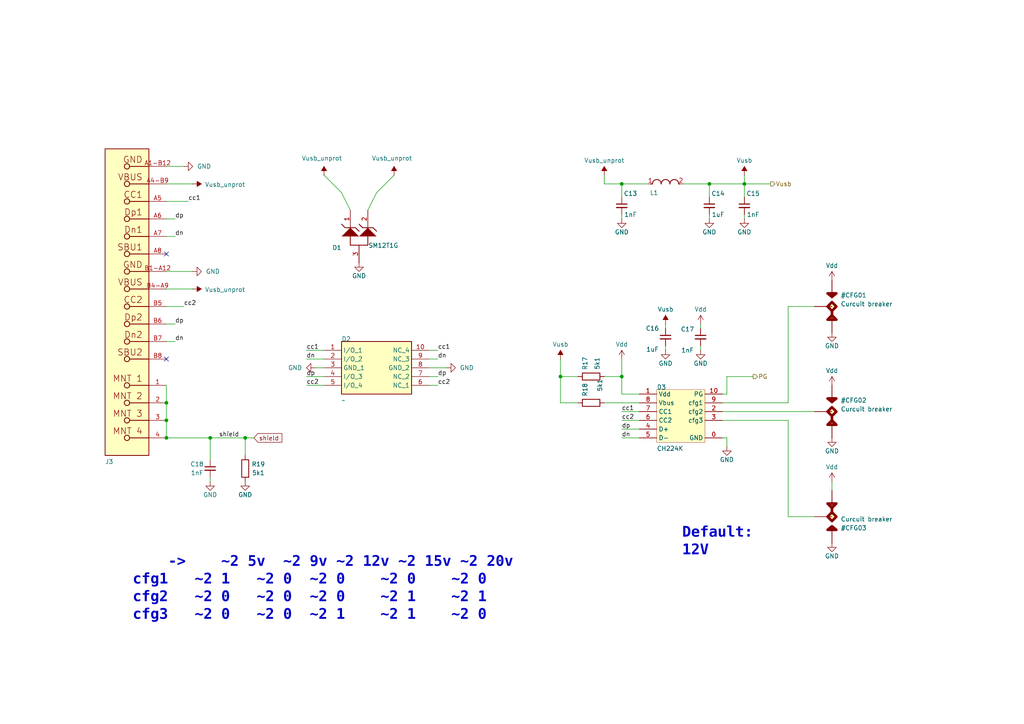
<source format=kicad_sch>
(kicad_sch (version 20231120) (generator "eeschema") (generator_version "8.0")
  (paper "A4")
  (title_block (title "spECtrl") (date "2024-07-24") (rev "B") (company "avatarsd LLC") (comment 3 "day 886") (comment 4 "by S.D."))
  (junction (at 215.9 53.34))
  (junction (at 60.96 127))
  (junction (at 71.12 127))
  (junction (at 180.34 53.34))
  (junction (at 48.26 116.84))
  (junction (at 48.26 121.92))
  (junction (at 180.34 109.22))
  (junction (at 162.56 109.22))
  (junction (at 48.26 127))
  (junction (at 205.74 53.34))
  (no_connect (at 48.26 104.14))
  (no_connect (at 48.26 73.66))
  (wire (pts (xy 193.04 93.98) (xy 193.04 95.25)))
  (wire (pts (xy 48.26 121.92) (xy 48.26 127)))
  (wire (pts (xy 48.26 116.84) (xy 48.26 121.92)))
  (wire (pts (xy 54.61 58.42) (xy 48.26 58.42)))
  (wire (pts (xy 215.9 50.8) (xy 215.9 53.34)))
  (wire (pts (xy 180.34 109.22) (xy 180.34 114.3)))
  (wire (pts (xy 228.6 149.86) (xy 236.22 149.86)))
  (wire (pts (xy 205.74 53.34) (xy 198.12 53.34)))
  (wire (pts (xy 124.46 101.6) (xy 127 101.6)))
  (wire (pts (xy 215.9 53.34) (xy 215.9 57.15)))
  (wire (pts (xy 223.52 53.34) (xy 215.9 53.34)))
  (wire (pts (xy 180.34 121.92) (xy 185.42 121.92)))
  (wire (pts (xy 193.04 100.33) (xy 193.04 101.6)))
  (wire (pts (xy 210.82 127) (xy 210.82 129.54)))
  (wire (pts (xy 175.26 53.34) (xy 180.34 53.34)))
  (wire (pts (xy 241.3 139.7) (xy 241.3 142.24)))
  (wire (pts (xy 180.34 127) (xy 185.42 127)))
  (wire (pts (xy 48.26 111.76) (xy 48.26 116.84)))
  (wire (pts (xy 185.42 124.46) (xy 180.34 124.46)))
  (wire (pts (xy 71.12 127) (xy 73.66 127)))
  (wire (pts (xy 209.55 121.92) (xy 228.6 121.92)))
  (wire (pts (xy 185.42 119.38) (xy 180.34 119.38)))
  (wire (pts (xy 180.34 104.14) (xy 180.34 109.22)))
  (wire (pts (xy 209.55 114.3) (xy 210.82 114.3)))
  (wire (pts (xy 205.74 53.34) (xy 205.74 57.15)))
  (wire (pts (xy 60.96 127) (xy 60.96 133.35)))
  (wire (pts (xy 209.55 119.38) (xy 236.22 119.38)))
  (wire (pts (xy 88.9 104.14) (xy 93.98 104.14)))
  (wire (pts (xy 50.8 68.58) (xy 48.26 68.58)))
  (wire (pts (xy 210.82 109.22) (xy 210.82 114.3)))
  (wire (pts (xy 50.8 63.5) (xy 48.26 63.5)))
  (wire (pts (xy 53.34 48.26) (xy 48.26 48.26)))
  (wire (pts (xy 48.26 127) (xy 60.96 127)))
  (wire (pts (xy 53.34 88.9) (xy 48.26 88.9)))
  (wire (pts (xy 129.54 106.68) (xy 124.46 106.68)))
  (wire (pts (xy 109.22 55.88) (xy 106.68 60.96)))
  (wire (pts (xy 175.26 109.22) (xy 180.34 109.22)))
  (wire (pts (xy 209.55 127) (xy 210.82 127)))
  (wire (pts (xy 218.44 109.22) (xy 210.82 109.22)))
  (wire (pts (xy 55.88 83.82) (xy 48.26 83.82)))
  (wire (pts (xy 162.56 104.14) (xy 162.56 109.22)))
  (wire (pts (xy 55.88 53.34) (xy 48.26 53.34)))
  (wire (pts (xy 209.55 116.84) (xy 228.6 116.84)))
  (wire (pts (xy 167.64 116.84) (xy 162.56 116.84)))
  (wire (pts (xy 228.6 121.92) (xy 228.6 149.86)))
  (wire (pts (xy 93.98 109.22) (xy 88.9 109.22)))
  (wire (pts (xy 93.98 50.8) (xy 99.06 55.88)))
  (wire (pts (xy 50.8 99.06) (xy 48.26 99.06)))
  (wire (pts (xy 205.74 62.23) (xy 205.74 63.5)))
  (wire (pts (xy 180.34 53.34) (xy 180.34 57.15)))
  (wire (pts (xy 175.26 50.8) (xy 175.26 53.34)))
  (wire (pts (xy 88.9 101.6) (xy 93.98 101.6)))
  (wire (pts (xy 127 104.14) (xy 124.46 104.14)))
  (wire (pts (xy 50.8 93.98) (xy 48.26 93.98)))
  (wire (pts (xy 215.9 62.23) (xy 215.9 63.5)))
  (wire (pts (xy 88.9 111.76) (xy 93.98 111.76)))
  (wire (pts (xy 180.34 114.3) (xy 185.42 114.3)))
  (wire (pts (xy 55.88 78.74) (xy 48.26 78.74)))
  (wire (pts (xy 91.44 106.68) (xy 93.98 106.68)))
  (wire (pts (xy 114.3 50.8) (xy 109.22 55.88)))
  (wire (pts (xy 215.9 53.34) (xy 205.74 53.34)))
  (wire (pts (xy 228.6 116.84) (xy 228.6 88.9)))
  (wire (pts (xy 203.2 93.98) (xy 203.2 95.25)))
  (wire (pts (xy 180.34 53.34) (xy 187.96 53.34)))
  (wire (pts (xy 175.26 116.84) (xy 185.42 116.84)))
  (wire (pts (xy 228.6 88.9) (xy 236.22 88.9)))
  (wire (pts (xy 203.2 100.33) (xy 203.2 101.6)))
  (wire (pts (xy 162.56 116.84) (xy 162.56 109.22)))
  (wire (pts (xy 124.46 109.22) (xy 127 109.22)))
  (wire (pts (xy 162.56 109.22) (xy 167.64 109.22)))
  (wire (pts (xy 127 111.76) (xy 124.46 111.76)))
  (wire (pts (xy 99.06 55.88) (xy 101.6 60.96)))
  (wire (pts (xy 71.12 127) (xy 71.12 132.08)))
  (wire (pts (xy 60.96 127) (xy 71.12 127)))
  (wire (pts (xy 180.34 62.23) (xy 180.34 63.5)))
  (wire (pts (xy 60.96 138.43) (xy 60.96 139.7)))
  (text_box "\n    ->    ~2 5v  ~2 9v ~2 12v ~2 15v ~2 20v\ncfg1   ~2 1   ~2 0  ~2 0    ~2 0    ~2 0\ncfg2   ~2 0   ~2 0  ~2 0    ~2 1    ~2 1\ncfg3   ~2 0   ~2 0  ~2 1    ~2 1    ~2 0" (at 36.195 153.67 0) (size 131.064 33.7312) (stroke (width -0.0001) (color 0 0 0 1)) (effects (font (size 3.048 3.048) (bold yes)) (justify left top)))
  (text_box "Default: 12V" (at 195.58 150.3172 0) (size 19.05 13.97) (stroke (width -0.0001) (color 0 0 0 1)) (effects (font (size 3.048 3.048) (bold yes)) (justify left top)))
  (label "cc2" (at 53.34 88.9 0))
  (label "dn" (at 88.9 104.14 0))
  (label "shield" (at 63.5 127 0))
  (label "cc2" (at 180.34 121.92 0))
  (label "cc1" (at 54.61 58.42 0))
  (label "cc2" (at 127 111.76 0))
  (label "cc1" (at 127 101.6 0))
  (label "dn" (at 50.8 68.58 0))
  (label "cc1" (at 180.34 119.38 0))
  (label "dp" (at 50.8 63.5 0))
  (label "dp" (at 88.9 109.22 0))
  (label "cc2" (at 88.9 111.76 0))
  (label "dn" (at 180.34 127 0))
  (label "dp" (at 127 109.22 0))
  (label "dp" (at 50.8 93.98 0))
  (label "dn" (at 127 104.14 0))
  (label "dn" (at 50.8 99.06 0))
  (label "dp" (at 180.34 124.46 0))
  (label "cc1" (at 88.9 101.6 0))
  (global_label "shield" (shape input) (at 73.66 127 0) (property "Intersheetrefs" "${INTERSHEET_REFS}" (effects (hide yes))))
  (hierarchical_label "Vusb" (shape output) (at 223.52 53.34 0))
  (hierarchical_label "PG" (shape output) (at 218.44 109.22 0))
  (symbol (lib_id "power:VSS") (at 215.9 50.8 0) (unit 1)
    (property "Reference" "#PWR022" (effects (hide yes)))
    (property "Value" "Vusb" (at 215.9 46.5328 0))
    (property "Description" "Power symbol creates a global label with name \"VSS\"" (effects (hide yes)))
  )
  (symbol (lib_id "power:GND") (at 241.3 96.52 0) (unit 1)
    (property "Reference" "#PWR033" (effects (hide yes)))
    (property "Value" "GND" (at 241.3 100.33 0))
    (property "Description" "Power symbol creates a global label with name \"GND\" , ground" (effects (hide yes)))
  )
  (symbol (lib_id "PCM_4ms_Capacitor:1nF_0603_50V") (at 180.34 59.69 0) (unit 1)
    (property "Reference" "C13" (at 182.88 56.134 0))
    (property "Value" "1nF" (at 182.88 62.23 0))
    (property "Footprint" "4ms_Capacitor:C_0603" (effects (hide yes)))
    (property "Description" "1nF, 50V, 10%, C0G (NP0) or similar" (effects (hide yes)))
    (property "PART NUMBER" "CC0402_1NF_50V_10%_X7R" (effects (hide yes)))
    (property "COMPONENT KIND" "Standard" (effects (hide yes)))
    (property "COMPONENT TYPE" "Standard" (effects (hide yes)))
    (property "FOOTPRINT" "CAPC1005X55N" (effects (hide yes)))
    (property "PIN COUNT" "2" (effects (hide yes)))
    (property "ALTIUM_VALUE" "1nF" (effects (hide yes)))
    (property "STATUS" "Not Recommended" (effects (hide yes)))
    (property "VOLTAGE" "50V" (effects (hide yes)))
    (property "TC" "X7R" (effects (hide yes)))
    (property "TOLERANCE" "±10%" (effects (hide yes)))
    (property "PART DESCRIPTION" "SMD Multilayer Chip Ceramic Capacitor" (effects (hide yes)))
    (property "MANUFACTURER" "GENERIC" (effects (hide yes)))
    (property "MANUFACTURER PART NUMBER" "CC0402_1NF_50V_10%_X7R" (effects (hide yes)))
    (property "CASE" "0402" (effects (hide yes)))
    (property "MOUNTED" "Yes" (effects (hide yes)))
    (property "SOCKET" "No" (effects (hide yes)))
    (property "SMD" "Yes" (effects (hide yes)))
    (property "MANUFACTURER1 EXAMPLE" "PHYCOMP" (effects (hide yes)))
    (property "MANUFACTURER1 PART NUMBER" "223858715623" (effects (hide yes)))
    (property "MANUFACTURER1 COMPONENTHEIGHT" "0.55mm" (effects (hide yes)))
    (property "HELPURL" "~{\\}cern.c~{h}df~{s}Application~{s}Altiu~{m}Datasheet~{s}CC0402_X7R_PHYCOMP.pdf" (effects (hide yes)))
    (property "AUTHOR" "CERN DEM JLC" (effects (hide yes)))
    (property "CREATEDATE" "03.12.2007" (effects (hide yes)))
    (property "LATESTREVISIONDATE" "03.12.2007" (effects (hide yes)))
    (property "TABLE" "Capacitors SMD" (effects (hide yes)))
    (property "Part Number" "GRM1885C1H102JA01D" (effects (hide yes)))
    (property "Component Kind" "Standard" (effects (hide yes)))
    (property "Component Type" "Standard" (effects (hide yes)))
    (property "Footprint_1" "CAPC1005X55N" (effects (hide yes)))
    (property "Pin Count" "2" (effects (hide yes)))
    (property "Status" "Not Recommended" (effects (hide yes)))
    (property "Voltage" "50V" (effects (hide yes)))
    (property "Tolerance" "±10%" (effects (hide yes)))
    (property "Part Description" "SMD Multilayer Chip Ceramic Capacitor" (effects (hide yes)))
    (property "Manufacturer" "Murata" (effects (hide yes)))
    (property "Manufacturer Part Number" "CC0402_1NF_50V_10%_X7R" (effects (hide yes)))
    (property "Case" "0402" (effects (hide yes)))
    (property "Mounted" "Yes" (effects (hide yes)))
    (property "Socket" "No" (effects (hide yes)))
    (property "Manufacturer1 Example" "PHYCOMP" (effects (hide yes)))
    (property "Manufacturer1 Part Number" "223858715623" (effects (hide yes)))
    (property "Manufacturer1 ComponentHeight" "0.55mm" (effects (hide yes)))
    (property "HelpURL" "~{\\}cern.c~{h}df~{s}Application~{s}Altiu~{m}Datasheet~{s}CC0402_X7R_PHYCOMP.pdf" (effects (hide yes)))
    (property "Author" "CERN DEM JLC" (effects (hide yes)))
    (property "CreateDate" "03.12.2007" (effects (hide yes)))
    (property "LatestRevisionDate" "03.12.2007" (effects (hide yes)))
    (property "Table" "Capacitors SMD" (effects (hide yes)))
    (property "Var" "Connector Fan4Pin,*(-fpb) USB_PD(+!)" (effects (hide yes)))
    (property "Name" " " (effects (hide yes)))
    (property "Specifications" "1nF, 50V, 10%, C0G (NP0) or similar" (effects (hide yes)))
    (property "Display" "1nF" (effects (hide yes)))
    (property "JLCPCB ID" "C163508" (effects (hide yes)))
  )
  (symbol (lib_id "power:GND") (at 241.3 157.48 0) (unit 1)
    (property "Reference" "#PWR046" (effects (hide yes)))
    (property "Value" "GND" (at 241.3 161.29 0))
    (property "Description" "Power symbol creates a global label with name \"GND\" , ground" (effects (hide yes)))
  )
  (symbol (lib_id "PCM_4ms_Capacitor:1nF_0603_50V") (at 215.9 59.69 0) (unit 1)
    (property "Reference" "C15" (at 218.44 56.134 0))
    (property "Value" "1nF" (at 218.44 62.23 0))
    (property "Footprint" "4ms_Capacitor:C_0603" (effects (hide yes)))
    (property "Description" "1nF, 50V, 10%, C0G (NP0) or similar" (effects (hide yes)))
    (property "PART NUMBER" "CC0402_1NF_50V_10%_X7R" (effects (hide yes)))
    (property "COMPONENT KIND" "Standard" (effects (hide yes)))
    (property "COMPONENT TYPE" "Standard" (effects (hide yes)))
    (property "FOOTPRINT" "CAPC1005X55N" (effects (hide yes)))
    (property "PIN COUNT" "2" (effects (hide yes)))
    (property "ALTIUM_VALUE" "1nF" (effects (hide yes)))
    (property "STATUS" "Not Recommended" (effects (hide yes)))
    (property "VOLTAGE" "50V" (effects (hide yes)))
    (property "TC" "X7R" (effects (hide yes)))
    (property "TOLERANCE" "±10%" (effects (hide yes)))
    (property "PART DESCRIPTION" "SMD Multilayer Chip Ceramic Capacitor" (effects (hide yes)))
    (property "MANUFACTURER" "GENERIC" (effects (hide yes)))
    (property "MANUFACTURER PART NUMBER" "CC0402_1NF_50V_10%_X7R" (effects (hide yes)))
    (property "CASE" "0402" (effects (hide yes)))
    (property "MOUNTED" "Yes" (effects (hide yes)))
    (property "SOCKET" "No" (effects (hide yes)))
    (property "SMD" "Yes" (effects (hide yes)))
    (property "MANUFACTURER1 EXAMPLE" "PHYCOMP" (effects (hide yes)))
    (property "MANUFACTURER1 PART NUMBER" "223858715623" (effects (hide yes)))
    (property "MANUFACTURER1 COMPONENTHEIGHT" "0.55mm" (effects (hide yes)))
    (property "HELPURL" "~{\\}cern.c~{h}df~{s}Application~{s}Altiu~{m}Datasheet~{s}CC0402_X7R_PHYCOMP.pdf" (effects (hide yes)))
    (property "AUTHOR" "CERN DEM JLC" (effects (hide yes)))
    (property "CREATEDATE" "03.12.2007" (effects (hide yes)))
    (property "LATESTREVISIONDATE" "03.12.2007" (effects (hide yes)))
    (property "TABLE" "Capacitors SMD" (effects (hide yes)))
    (property "Part Number" "GRM1885C1H102JA01D" (effects (hide yes)))
    (property "Component Kind" "Standard" (effects (hide yes)))
    (property "Component Type" "Standard" (effects (hide yes)))
    (property "Footprint_1" "CAPC1005X55N" (effects (hide yes)))
    (property "Pin Count" "2" (effects (hide yes)))
    (property "Status" "Not Recommended" (effects (hide yes)))
    (property "Voltage" "50V" (effects (hide yes)))
    (property "Tolerance" "±10%" (effects (hide yes)))
    (property "Part Description" "SMD Multilayer Chip Ceramic Capacitor" (effects (hide yes)))
    (property "Manufacturer" "Murata" (effects (hide yes)))
    (property "Manufacturer Part Number" "CC0402_1NF_50V_10%_X7R" (effects (hide yes)))
    (property "Case" "0402" (effects (hide yes)))
    (property "Mounted" "Yes" (effects (hide yes)))
    (property "Socket" "No" (effects (hide yes)))
    (property "Manufacturer1 Example" "PHYCOMP" (effects (hide yes)))
    (property "Manufacturer1 Part Number" "223858715623" (effects (hide yes)))
    (property "Manufacturer1 ComponentHeight" "0.55mm" (effects (hide yes)))
    (property "HelpURL" "~{\\}cern.c~{h}df~{s}Application~{s}Altiu~{m}Datasheet~{s}CC0402_X7R_PHYCOMP.pdf" (effects (hide yes)))
    (property "Author" "CERN DEM JLC" (effects (hide yes)))
    (property "CreateDate" "03.12.2007" (effects (hide yes)))
    (property "LatestRevisionDate" "03.12.2007" (effects (hide yes)))
    (property "Table" "Capacitors SMD" (effects (hide yes)))
    (property "Var" "Connector Fan4Pin,*(-fpb) USB_PD(+!)" (effects (hide yes)))
    (property "Name" " " (effects (hide yes)))
    (property "Specifications" "1nF, 50V, 10%, C0G (NP0) or similar" (effects (hide yes)))
    (property "Display" "1nF" (effects (hide yes)))
    (property "JLCPCB ID" "C163508" (effects (hide yes)))
  )
  (symbol (lib_id "power:GND") (at 71.12 139.7 0) (unit 1)
    (property "Reference" "#PWR044" (effects (hide yes)))
    (property "Value" "GND" (at 71.12 143.51 0))
    (property "Description" "Power symbol creates a global label with name \"GND\" , ground" (effects (hide yes)))
  )
  (symbol (lib_id "PCM_4ms_Capacitor:1uF_0603_25V") (at 205.74 59.69 0) (unit 1)
    (property "Reference" "C14" (at 208.28 56.134 0))
    (property "Value" "1uF" (at 208.28 62.23 0))
    (property "Footprint" "4ms_Capacitor:C_0603" (effects (hide yes)))
    (property "Description" "1uF, Min. 25V, 0603, Ceramic/MLCC" (effects (hide yes)))
    (property "PART NUMBER" "CC0805_1UF_35V_20%_X7R" (effects (hide yes)))
    (property "COMPONENT KIND" "Standard" (effects (hide yes)))
    (property "COMPONENT TYPE" "Standard" (effects (hide yes)))
    (property "FOOTPRINT" "CAPC2012X140N" (effects (hide yes)))
    (property "PIN COUNT" "2" (effects (hide yes)))
    (property "ALTIUM_VALUE" "1uF" (effects (hide yes)))
    (property "STATUS" "Not Recommended" (effects (hide yes)))
    (property "VOLTAGE" "35V" (effects (hide yes)))
    (property "TC" "X7R" (effects (hide yes)))
    (property "TOLERANCE" "±20%" (effects (hide yes)))
    (property "PART DESCRIPTION" "SMD Multilayer Chip Ceramic Capacitor" (effects (hide yes)))
    (property "MANUFACTURER" "GENERIC" (effects (hide yes)))
    (property "MANUFACTURER PART NUMBER" "CC0805_1UF_35V_20%_X7R" (effects (hide yes)))
    (property "CASE" "0805" (effects (hide yes)))
    (property "MOUNTED" "Yes" (effects (hide yes)))
    (property "SOCKET" "No" (effects (hide yes)))
    (property "SMD" "Yes" (effects (hide yes)))
    (property "MANUFACTURER1 EXAMPLE" "TAIYO YUDEN" (effects (hide yes)))
    (property "MANUFACTURER1 PART NUMBER" "GMK212B7105MG-T" (effects (hide yes)))
    (property "MANUFACTURER1 COMPONENTHEIGHT" "1.35mm" (effects (hide yes)))
    (property "HELPURL" "~{\\}cern.c~{h}df~{s}Application~{s}Altiu~{m}Datasheet~{s}CC0805_X7R_TAIYO-YUDEN_HIGH-VALUE.pdf" (effects (hide yes)))
    (property "AUTHOR" "CERN DEM JLC" (effects (hide yes)))
    (property "CREATEDATE" "22.06.2011" (effects (hide yes)))
    (property "LATESTREVISIONDATE" "22.06.2011" (effects (hide yes)))
    (property "TABLE" "Capacitors SMD" (effects (hide yes)))
    (property "Part Number" "GRM188R61E105KA12D" (effects (hide yes)))
    (property "Component Kind" "Standard" (effects (hide yes)))
    (property "Component Type" "Standard" (effects (hide yes)))
    (property "Footprint_1" "CAPC2012X140N" (effects (hide yes)))
    (property "Pin Count" "2" (effects (hide yes)))
    (property "Status" "Not Recommended" (effects (hide yes)))
    (property "Voltage" "35V" (effects (hide yes)))
    (property "Tolerance" "±20%" (effects (hide yes)))
    (property "Part Description" "SMD Multilayer Chip Ceramic Capacitor" (effects (hide yes)))
    (property "Manufacturer" "Murata" (effects (hide yes)))
    (property "Manufacturer Part Number" "CC0805_1UF_35V_20%_X7R" (effects (hide yes)))
    (property "Case" "0805" (effects (hide yes)))
    (property "Mounted" "Yes" (effects (hide yes)))
    (property "Socket" "No" (effects (hide yes)))
    (property "Manufacturer1 Example" "TAIYO YUDEN" (effects (hide yes)))
    (property "Manufacturer1 Part Number" "GMK212B7105MG-T" (effects (hide yes)))
    (property "Manufacturer1 ComponentHeight" "1.35mm" (effects (hide yes)))
    (property "HelpURL" "~{\\}cern.c~{h}df~{s}Application~{s}Altiu~{m}Datasheet~{s}CC0805_X7R_TAIYO-YUDEN_HIGH-VALUE.pdf" (effects (hide yes)))
    (property "Author" "CERN DEM JLC" (effects (hide yes)))
    (property "CreateDate" "22.06.2011" (effects (hide yes)))
    (property "LatestRevisionDate" "22.06.2011" (effects (hide yes)))
    (property "Table" "Capacitors SMD" (effects (hide yes)))
    (property "Var" "Connector Fan4Pin,*(-fpb) USB_PD(+!)" (effects (hide yes)))
    (property "Name" " " (effects (hide yes)))
    (property "Specifications" "1uF, Min. 25V, 0603, Ceramic/MLCC" (effects (hide yes)))
    (property "Display" "1uF/25V" (effects (hide yes)))
    (property "JLCPCB ID" "C15849" (effects (hide yes)))
  )
  (symbol (lib_id "power:VS") (at 55.88 83.82 270) (unit 1)
    (property "Reference" "#PWR029" (effects (hide yes)))
    (property "Value" "Vusb_unprot" (at 71.12 83.9978 90) (effects (justify right)))
    (property "Description" "Power symbol creates a global label with name \"VS\"" (effects (hide yes)))
  )
  (symbol (lib_id "power:VDD") (at 203.2 93.98 0) (unit 1)
    (property "Reference" "#PWR032" (effects (hide yes)))
    (property "Value" "Vdd" (at 203.2 89.7128 0))
    (property "Description" "Power symbol creates a global label with name \"VDD\"" (effects (hide yes)))
  )
  (symbol (lib_id "power:VDD") (at 180.34 104.14 0) (unit 1)
    (property "Reference" "#PWR037" (effects (hide yes)))
    (property "Value" "Vdd" (at 180.34 99.8728 0))
    (property "Description" "Power symbol creates a global label with name \"VDD\"" (effects (hide yes)))
  )
  (symbol (lib_id "solder_sym:OR_OR") (at 241.3 119.38 0) (unit 1) (exclude_from_sim yes) (in_bom no) (on_board no)
    (property "Reference" "#CFG02" (at 243.84 116.84 0) (effects (justify left bottom)))
    (property "Value" "Curcuit breaker" (at 243.84 119.38 0) (effects (justify left bottom)))
    (property "Footprint" "reg-altium-imported:OR_OR" (effects (hide yes)))
    (property "Description" "Curcuit breaker" (effects (hide yes)))
    (property "Var" "Connector Fan4Pin,*(-fpb) USB_PD(+!)" (effects (hide yes)))
    (property "Name" " " (effects (hide yes)))
    (instances (project "" (path "" (reference "#CFG02") (unit 1))) (project "reg_super_simple_breackout" (path "" (reference "CFG2") (unit 1)) (path "" (reference "CFG2") (unit 1))) (project "" (path "" (reference "#CFG02") (unit 1))))
  )
  (symbol (lib_id "power:GND") (at 193.04 101.6 0) (unit 1)
    (property "Reference" "#PWR034" (effects (hide yes)))
    (property "Value" "GND" (at 193.04 105.41 0))
    (property "Description" "Power symbol creates a global label with name \"GND\" , ground" (effects (hide yes)))
  )
  (symbol (lib_id "power:VS") (at 175.26 50.8 0) (unit 1)
    (property "Reference" "#PWR021" (effects (hide yes)))
    (property "Value" "Vusb_unprot" (at 175.26 46.5328 0))
    (property "Description" "Power symbol creates a global label with name \"VS\"" (effects (hide yes)))
  )
  (symbol (lib_id "solder_sym:OR_OR") (at 241.3 149.86 0) (mirror x) (unit 1) (exclude_from_sim yes) (in_bom no) (on_board no)
    (property "Reference" "#CFG03" (at 243.84 152.4 0) (effects (justify left bottom)))
    (property "Value" "Curcuit breaker" (at 243.84 149.86 0) (effects (justify left bottom)))
    (property "Footprint" "reg-altium-imported:OR_OR" (effects (hide yes)))
    (property "Description" "Curcuit breaker" (effects (hide yes)))
    (property "Var" "Connector Fan4Pin,*(-fpb) USB_PD(+!)" (effects (hide yes)))
    (property "Name" " " (effects (hide yes)))
    (instances (project "" (path "" (reference "#CFG03") (unit 1))) (project "reg_super_simple_breackout" (path "" (reference "CFG3") (unit 1)) (path "" (reference "CFG3") (unit 1))) (project "" (path "" (reference "#CFG03") (unit 1))))
  )
  (symbol (lib_id "power:GND") (at 53.34 48.26 90) (unit 1)
    (property "Reference" "#PWR018" (effects (hide yes)))
    (property "Value" "GND" (at 57.15 48.26 90) (effects (justify right)))
    (property "Description" "Power symbol creates a global label with name \"GND\" , ground" (effects (hide yes)))
  )
  (symbol (lib_id "solder_sym:SM12T1G") (at 99.06 71.12 90) (unit 1)
    (property "Reference" "D1" (at 99.06 71.12 90) (effects (justify left bottom)))
    (property "Value" "SM12T1G" (at 115.57 70.485 90) (effects (justify left bottom)))
    (property "Footprint" "ONSC-SOT-23-3-318-08_V" (effects (hide yes)))
    (property "Description" "Transient Voltage Suppressor Diode Array, Dual Common Anode Diodes for ESD Protection, 3-Pin SOT-23, Pb-Free, Tape and Reel" (effects (hide yes)))
    (property "COMPONENTLINK1DESCRIPTION" "Manufacturer URL" (effects (hide yes)))
    (property "DIRECTION" "Unidirectional" (effects (hide yes)))
    (property "COMPONENTLINK2DESCRIPTION" "Datasheet" (effects (hide yes)))
    (property "PPK MAX (W)" "300" (effects (hide yes)))
    (property "COMPONENTLINK3DESCRIPTION" "Package Specification" (effects (hide yes)))
    (property "MOUNTING TECHNOLOGY" "Surface Mount" (effects (hide yes)))
    (property "COMPONENTLINK3URL" "http://www.onsemi.cn/pub_link/Collateral/318-08.PDF" (effects (hide yes)))
    (property "DATASHEETVERSION" "Rev. 6" (effects (hide yes)))
    (property "COMPONENTLINK1URL" "http://www.onsemi.com/" (effects (hide yes)))
    (property "PART NUMBER" "SM12T1G" (effects (hide yes)))
    (property "IR MAX (UA)" "1" (effects (hide yes)))
    (property "PACKING" "Tape and Reel" (effects (hide yes)))
    (property "PACKAGEVERSION" "Rev. AP, 11/2009" (effects (hide yes)))
    (property "MANUFACTURER" "On Semiconductor" (effects (hide yes)))
    (property "PACKAGEDESCRIPTION" "3-Pin Small Outline Transistor, Body 2.92 x 1.3 mm, Pitch 0.95 mm" (effects (hide yes)))
    (property "COMPONENTLINK2URL" "http://www.onsemi.com/pub_link/Collateral/SM12T1-D.PDF" (effects (hide yes)))
    (property "ROHS" "Pb-Free" (effects (hide yes)))
    (property "PACKAGEREFERENCE" "SOT-23-3-318-08" (effects (hide yes)))
    (property "ComponentLink1Description" "Manufacturer URL" (effects (hide yes)))
    (property "Direction" "Unidirectional" (effects (hide yes)))
    (property "ComponentLink2Description" "Datasheet" (effects (hide yes)))
    (property "PPK Max (W)" "300" (effects (hide yes)))
    (property "ComponentLink3Description" "Package Specification" (effects (hide yes)))
    (property "Mounting Technology" "Surface Mount" (effects (hide yes)))
    (property "ComponentLink3URL" "http://www.onsemi.cn/pub_link/Collateral/318-08.PDF" (effects (hide yes)))
    (property "DatasheetVersion" "Rev. 6" (effects (hide yes)))
    (property "ComponentLink1URL" "http://www.onsemi.com/" (effects (hide yes)))
    (property "Part Number" "SM12T1G" (effects (hide yes)))
    (property "IR Max (uA)" "1" (effects (hide yes)))
    (property "Packing" "Tape and Reel" (effects (hide yes)))
    (property "PackageVersion" "Rev. AP, 11/2009" (effects (hide yes)))
    (property "Manufacturer" "On Semiconductor" (effects (hide yes)))
    (property "PackageDescription" "3-Pin Small Outline Transistor, Body 2.92 x 1.3 mm, Pitch 0.95 mm" (effects (hide yes)))
    (property "ComponentLink2URL" "http://www.onsemi.com/pub_link/Collateral/SM12T1-D.PDF" (effects (hide yes)))
    (property "RoHS" "Pb-Free" (effects (hide yes)))
    (property "PackageReference" "SOT-23-3-318-08" (effects (hide yes)))
    (property "Var" "Connector Fan4Pin,*(-fpb) USB_PD(+!)" (effects (hide yes)))
    (property "Name" " " (effects (hide yes)))
  )
  (symbol (lib_id "PCM_Resistor_AKL:R_0603") (at 171.45 116.84 90) (unit 1)
    (property "Reference" "R18" (at 169.672 113.03 0))
    (property "Value" "5k1" (at 173.99 111.76 0))
    (property "Footprint" "PCM_Resistor_SMD_AKL:R_0603_1608Metric" (effects (hide yes)))
    (property "Description" "SMD 0603 Chip Resistor, European Symbol, Alternate KiCad Library" (effects (hide yes)))
    (property "PART NUMBER" "R0402_5K1_1%_0.0625W_100PPM" (effects (hide yes)))
    (property "COMPONENT KIND" "Standard" (effects (hide yes)))
    (property "COMPONENT TYPE" "Standard" (effects (hide yes)))
    (property "FOOTPRINT" "RESC1005X40N" (effects (hide yes)))
    (property "PIN COUNT" "2" (effects (hide yes)))
    (property "ALTIUM_VALUE" "5k1" (effects (hide yes)))
    (property "STATUS" "Not recommended" (effects (hide yes)))
    (property "POWER" "0.0625W" (effects (hide yes)))
    (property "TC" "±100ppm/°C" (effects (hide yes)))
    (property "TOLERANCE" "±1%" (effects (hide yes)))
    (property "PART DESCRIPTION" "General Purpose Thick Film Chip Resistor" (effects (hide yes)))
    (property "MANUFACTURER" "GENERIC" (effects (hide yes)))
    (property "MANUFACTURER PART NUMBER" "R0402_5K1_1%_0.0625W_100PPM" (effects (hide yes)))
    (property "CASE" "0402" (effects (hide yes)))
    (property "MOUNTED" "Yes" (effects (hide yes)))
    (property "SOCKET" "No" (effects (hide yes)))
    (property "SMD" "Yes" (effects (hide yes)))
    (property "MANUFACTURER1 EXAMPLE" "YAGEO PHYCOMP" (effects (hide yes)))
    (property "MANUFACTURER1 PART NUMBER" "232270675102L" (effects (hide yes)))
    (property "MANUFACTURER1 COMPONENTHEIGHT" "0.4mm" (effects (hide yes)))
    (property "HELPURL" "~{\\}cern.c~{h}df~{s}Application~{s}Altiu~{m}Datasheet~{s}R0402_Phycomp_RC0402.pdf" (effects (hide yes)))
    (property "AUTHOR" "CERN DEM JLC" (effects (hide yes)))
    (property "CREATEDATE" "03.12.2007" (effects (hide yes)))
    (property "LATESTREVISIONDATE" "17.10.2012" (effects (hide yes)))
    (property "TABLE" "Resistors SMD" (effects (hide yes)))
    (property "Part Number" "R0402_5K1_1%_0.0625W_100PPM" (effects (hide yes)))
    (property "Component Kind" "Standard" (effects (hide yes)))
    (property "Component Type" "Standard" (effects (hide yes)))
    (property "Footprint_1" "RESC1005X40N" (effects (hide yes)))
    (property "Pin Count" "2" (effects (hide yes)))
    (property "Status" "Not recommended" (effects (hide yes)))
    (property "Power" "0.0625W" (effects (hide yes)))
    (property "Tolerance" "±1%" (effects (hide yes)))
    (property "Part Description" "General Purpose Thick Film Chip Resistor" (effects (hide yes)))
    (property "Manufacturer Part Number" "R0402_5K1_1%_0.0625W_100PPM" (effects (hide yes)))
    (property "Case" "0402" (effects (hide yes)))
    (property "Mounted" "Yes" (effects (hide yes)))
    (property "Socket" "No" (effects (hide yes)))
    (property "Manufacturer1 Example" "YAGEO PHYCOMP" (effects (hide yes)))
    (property "Manufacturer1 Part Number" "232270675102L" (effects (hide yes)))
    (property "Manufacturer1 ComponentHeight" "0.4mm" (effects (hide yes)))
    (property "HelpURL" "~{\\}cern.c~{h}df~{s}Application~{s}Altiu~{m}Datasheet~{s}R0402_Phycomp_RC0402.pdf" (effects (hide yes)))
    (property "Author" "CERN DEM JLC" (effects (hide yes)))
    (property "CreateDate" "03.12.2007" (effects (hide yes)))
    (property "LatestRevisionDate" "17.10.2012" (effects (hide yes)))
    (property "Table" "Resistors SMD" (effects (hide yes)))
    (property "Var" "Connector Fan4Pin,*(-fpb) USB_PD(+!)" (effects (hide yes)))
    (property "Name" " " (effects (hide yes)))
  )
  (symbol (lib_id "power:VS") (at 93.98 50.8 0) (unit 1)
    (property "Reference" "#PWR019" (effects (hide yes)))
    (property "Value" "Vusb_unprot" (at 93.345 45.8978 0))
    (property "Description" "Power symbol creates a global label with name \"VS\"" (effects (hide yes)))
  )
  (symbol (lib_id "power:GND") (at 104.14 76.2 0) (unit 1)
    (property "Reference" "#PWR027" (effects (hide yes)))
    (property "Value" "GND" (at 104.14 80.01 0))
    (property "Description" "Power symbol creates a global label with name \"GND\" , ground" (effects (hide yes)))
  )
  (symbol (lib_id "power:GND") (at 215.9 63.5 0) (unit 1)
    (property "Reference" "#PWR026" (effects (hide yes)))
    (property "Value" "GND" (at 215.9 67.31 0))
    (property "Description" "Power symbol creates a global label with name \"GND\" , ground" (effects (hide yes)))
  )
  (symbol (lib_id "power:VS") (at 55.88 53.34 270) (unit 1)
    (property "Reference" "#PWR023" (effects (hide yes)))
    (property "Value" "Vusb_unprot" (at 71.12 53.5178 90) (effects (justify right)))
    (property "Description" "Power symbol creates a global label with name \"VS\"" (effects (hide yes)))
  )
  (symbol (lib_id "PCM_4ms_Capacitor:1nF_0603_50V") (at 203.2 97.79 0) (unit 1)
    (property "Reference" "C17" (at 199.39 95.504 0))
    (property "Value" "1nF" (at 199.39 101.6 0))
    (property "Footprint" "4ms_Capacitor:C_0603" (effects (hide yes)))
    (property "Description" "1nF, 50V, 10%, C0G (NP0) or similar" (effects (hide yes)))
    (property "PART NUMBER" "CC0402_1NF_50V_10%_X7R" (effects (hide yes)))
    (property "COMPONENT KIND" "Standard" (effects (hide yes)))
    (property "COMPONENT TYPE" "Standard" (effects (hide yes)))
    (property "FOOTPRINT" "CAPC1005X55N" (effects (hide yes)))
    (property "PIN COUNT" "2" (effects (hide yes)))
    (property "ALTIUM_VALUE" "1nF" (effects (hide yes)))
    (property "STATUS" "Not Recommended" (effects (hide yes)))
    (property "VOLTAGE" "50V" (effects (hide yes)))
    (property "TC" "X7R" (effects (hide yes)))
    (property "TOLERANCE" "±10%" (effects (hide yes)))
    (property "PART DESCRIPTION" "SMD Multilayer Chip Ceramic Capacitor" (effects (hide yes)))
    (property "MANUFACTURER" "GENERIC" (effects (hide yes)))
    (property "MANUFACTURER PART NUMBER" "CC0402_1NF_50V_10%_X7R" (effects (hide yes)))
    (property "CASE" "0402" (effects (hide yes)))
    (property "MOUNTED" "Yes" (effects (hide yes)))
    (property "SOCKET" "No" (effects (hide yes)))
    (property "SMD" "Yes" (effects (hide yes)))
    (property "MANUFACTURER1 EXAMPLE" "PHYCOMP" (effects (hide yes)))
    (property "MANUFACTURER1 PART NUMBER" "223858715623" (effects (hide yes)))
    (property "MANUFACTURER1 COMPONENTHEIGHT" "0.55mm" (effects (hide yes)))
    (property "HELPURL" "~{\\}cern.c~{h}df~{s}Application~{s}Altiu~{m}Datasheet~{s}CC0402_X7R_PHYCOMP.pdf" (effects (hide yes)))
    (property "AUTHOR" "CERN DEM JLC" (effects (hide yes)))
    (property "CREATEDATE" "03.12.2007" (effects (hide yes)))
    (property "LATESTREVISIONDATE" "03.12.2007" (effects (hide yes)))
    (property "TABLE" "Capacitors SMD" (effects (hide yes)))
    (property "Part Number" "GRM1885C1H102JA01D" (effects (hide yes)))
    (property "Component Kind" "Standard" (effects (hide yes)))
    (property "Component Type" "Standard" (effects (hide yes)))
    (property "Footprint_1" "CAPC1005X55N" (effects (hide yes)))
    (property "Pin Count" "2" (effects (hide yes)))
    (property "Status" "Not Recommended" (effects (hide yes)))
    (property "Voltage" "50V" (effects (hide yes)))
    (property "Tolerance" "±10%" (effects (hide yes)))
    (property "Part Description" "SMD Multilayer Chip Ceramic Capacitor" (effects (hide yes)))
    (property "Manufacturer" "Murata" (effects (hide yes)))
    (property "Manufacturer Part Number" "CC0402_1NF_50V_10%_X7R" (effects (hide yes)))
    (property "Case" "0402" (effects (hide yes)))
    (property "Mounted" "Yes" (effects (hide yes)))
    (property "Socket" "No" (effects (hide yes)))
    (property "Manufacturer1 Example" "PHYCOMP" (effects (hide yes)))
    (property "Manufacturer1 Part Number" "223858715623" (effects (hide yes)))
    (property "Manufacturer1 ComponentHeight" "0.55mm" (effects (hide yes)))
    (property "HelpURL" "~{\\}cern.c~{h}df~{s}Application~{s}Altiu~{m}Datasheet~{s}CC0402_X7R_PHYCOMP.pdf" (effects (hide yes)))
    (property "Author" "CERN DEM JLC" (effects (hide yes)))
    (property "CreateDate" "03.12.2007" (effects (hide yes)))
    (property "LatestRevisionDate" "03.12.2007" (effects (hide yes)))
    (property "Table" "Capacitors SMD" (effects (hide yes)))
    (property "Var" "Connector Fan4Pin,*(-fpb) USB_PD(+!)" (effects (hide yes)))
    (property "Name" " " (effects (hide yes)))
    (property "Specifications" "1nF, 50V, 10%, C0G (NP0) or similar" (effects (hide yes)))
    (property "Display" "1nF" (effects (hide yes)))
    (property "JLCPCB ID" "C163508" (effects (hide yes)))
  )
  (symbol (lib_id "power:VSS") (at 162.56 104.14 0) (unit 1)
    (property "Reference" "#PWR036" (effects (hide yes)))
    (property "Value" "Vusb" (at 162.56 99.8728 0))
    (property "Description" "Power symbol creates a global label with name \"VSS\"" (effects (hide yes)))
  )
  (symbol (lib_id "solder_sym:LQW15AN2N2D10D") (at 187.96 53.34 0) (unit 1)
    (property "Reference" "L1" (at 188.468 56.642 0) (effects (justify left bottom)))
    (property "Value" "LQW15AN2N2D10D" (effects (hide yes)))
    (property "Footprint" "reg-altium-imported:Murata_LQW15AN_00-W0_6-0_1_MFG" (effects (hide yes)))
    (property "Description" "Wire Wound RF Inductor 2.2nH ±0.5nH 1000mA 0.027Ω 0402 (1005)" (effects (hide yes)))
    (property "DATASHEET PATH" "datasheets/Ind_Murata_LQW15AN2N2D10D_eec.pdf" (effects (hide yes)))
    (property "AUTOMOTIVE" "No" (effects (hide yes)))
    (property "COMPONENTLINK1DESCRIPTION" "Upverter" (effects (hide yes)))
    (property "COMPONENTLINK1URL" "https://upverter.com/part/id/e732c2585f92e4db/" (effects (hide yes)))
    (property "COMPONENTLINK2DESCRIPTION" "Datasheet" (effects (hide yes)))
    (property "COMPONENTLINK2URL" "https://www.murata.com/en-us/products/productdetail?partno=LQW15AN2N2D10%23" (effects (hide yes)))
    (property "COMPOSITION" "Wirewound" (effects (hide yes)))
    (property "CORE MATERIAL" "Non-Magnetic" (effects (hide yes)))
    (property "HEIGHT" "0.6mm" (effects (hide yes)))
    (property "INDUCTANCE" "2.2nH" (effects (hide yes)))
    (property "LEAD FREE" "Yes" (effects (hide yes)))
    (property "MANUFACTURER" "Murata" (effects (hide yes)))
    (property "PACKAGE" "LQW15AN_00-W0.6-0.1" (effects (hide yes)))
    (property "PART NUMBER" "LQW15AN2N2D10D" (effects (hide yes)))
    (property "Q FACTOR" "25" (effects (hide yes)))
    (property "RMS CURRENT" "1000mA" (effects (hide yes)))
    (property "ROHS" "TRUE" (effects (hide yes)))
    (property "SELF RESONANT FREQUENCY" "14GHz" (effects (hide yes)))
    (property "SERIES RESISTANCE" "0.027Ω" (effects (hide yes)))
    (property "SUPPLIER 1" "Digi-Key" (effects (hide yes)))
    (property "SUPPLIER 2" "Mouser" (effects (hide yes)))
    (property "SYMBOL HASH" "725321dda6339637d4d059423bc1c3ca2310dcf8e63e0fae46eb55451bd7e3dd" (effects (hide yes)))
    (property "TEMPERATURE" "-55°C to +125°C" (effects (hide yes)))
    (property "TEMPERATURE RANGE HIGH" "+125°C" (effects (hide yes)))
    (property "TEMPERATURE RANGE LOW" "-55°C" (effects (hide yes)))
    (property "TEST FREQUENCY" "100MHz" (effects (hide yes)))
    (property "TOLERANCE" "0.5nH" (effects (hide yes)))
    (property "ALTIUM_VALUE" "2.2nH" (effects (hide yes)))
    (property "VERIFICATION VERSION" "0.0.0.3" (effects (hide yes)))
    (property "HELPURL" "https://upverter.com/part/id/e732c2585f92e4db/" (effects (hide yes)))
    (property "Datasheet Path" "datasheets/Ind_Murata_LQW15AN2N2D10D_eec.pdf" (effects (hide yes)))
    (property "Automotive" "No" (effects (hide yes)))
    (property "ComponentLink1Description" "Upverter" (effects (hide yes)))
    (property "ComponentLink1URL" "https://upverter.com/part/id/e732c2585f92e4db/" (effects (hide yes)))
    (property "ComponentLink2Description" "Datasheet" (effects (hide yes)))
    (property "ComponentLink2URL" "https://www.murata.com/en-us/products/productdetail?partno=LQW15AN2N2D10%23" (effects (hide yes)))
    (property "Composition" "Wirewound" (effects (hide yes)))
    (property "Core Material" "Non-Magnetic" (effects (hide yes)))
    (property "Height" "0.6mm" (effects (hide yes)))
    (property "Inductance" "2.2nH" (effects (hide yes)))
    (property "Lead Free" "Yes" (effects (hide yes)))
    (property "Manufacturer" "Murata" (effects (hide yes)))
    (property "Package" "LQW15AN_00-W0.6-0.1" (effects (hide yes)))
    (property "Part Number" "LQW15AN2N2D10D" (effects (hide yes)))
    (property "Q Factor" "25" (effects (hide yes)))
    (property "Rms Current" "1000mA" (effects (hide yes)))
    (property "RoHS" "TRUE" (effects (hide yes)))
    (property "Self Resonant Frequency" "14GHz" (effects (hide yes)))
    (property "Series Resistance" "0.027Ω" (effects (hide yes)))
    (property "Supplier 1" "Digi-Key" (effects (hide yes)))
    (property "Supplier 2" "Mouser" (effects (hide yes)))
    (property "Symbol Hash" "725321dda6339637d4d059423bc1c3ca2310dcf8e63e0fae46eb55451bd7e3dd" (effects (hide yes)))
    (property "Temperature" "-55°C to +125°C" (effects (hide yes)))
    (property "Temperature Range High" "+125°C" (effects (hide yes)))
    (property "Temperature Range Low" "-55°C" (effects (hide yes)))
    (property "Test Frequency" "100MHz" (effects (hide yes)))
    (property "Tolerance" "0.5nH" (effects (hide yes)))
    (property "Verification Version" "0.0.0.3" (effects (hide yes)))
    (property "helpURL" "https://upverter.com/part/id/e732c2585f92e4db/" (effects (hide yes)))
    (property "Var" "Connector Fan4Pin,*(-fpb) USB_PD(+!)" (effects (hide yes)))
    (property "Name" " " (effects (hide yes)))
  )
  (symbol (lib_id "reg_kicad-altium-import:LM-HSP061-4M10") (at 93.98 101.6 0) (unit 1)
    (property "Reference" "D2" (at 99.06 99.06 0) (effects (justify left bottom)))
    (property "Value" "~" (at 99.06 116.84 0) (effects (justify left bottom)))
    (property "Footprint" "Package_SON:USON-10_2.5x1.0mm_P0.5mm" (effects (hide yes)))
    (property "Description" "ULTRA LOW CAPACITANCE TVS DIODE ARRAY" (effects (hide yes)))
    (property "PART NUMBER" "LM-HSP061-4M10" (effects (hide yes)))
    (property "PACKAGE" "DFN2510P10" (effects (hide yes)))
    (property "Part Number" "LM-HSP061-4M10" (effects (hide yes)))
    (property "Package" "DFN2510P10" (effects (hide yes)))
    (property "Var" "Connector Fan4Pin,*(-fpb) USB_PD(+!)" (effects (hide yes)))
    (property "Name" " " (effects (hide yes)))
    (property "Manufacturer" "Leiditech" (effects (hide yes)))
  )
  (symbol (lib_id "power:GND") (at 203.2 101.6 0) (unit 1)
    (property "Reference" "#PWR035" (effects (hide yes)))
    (property "Value" "GND" (at 203.2 105.41 0))
    (property "Description" "Power symbol creates a global label with name \"GND\" , ground" (effects (hide yes)))
  )
  (symbol (lib_id "power:GND") (at 60.96 139.7 0) (unit 1)
    (property "Reference" "#PWR043" (effects (hide yes)))
    (property "Value" "GND" (at 60.96 143.51 0))
    (property "Description" "Power symbol creates a global label with name \"GND\" , ground" (effects (hide yes)))
  )
  (symbol (lib_id "PCM_Resistor_AKL:R_0603") (at 171.45 109.22 90) (unit 1)
    (property "Reference" "R17" (at 169.672 105.41 0))
    (property "Value" "5k1" (at 173.228 105.41 0))
    (property "Footprint" "PCM_Resistor_SMD_AKL:R_0603_1608Metric" (effects (hide yes)))
    (property "Description" "SMD 0603 Chip Resistor, European Symbol, Alternate KiCad Library" (effects (hide yes)))
    (property "PART NUMBER" "R0402_1K_1%_0.0625W_100PPM" (effects (hide yes)))
    (property "COMPONENT KIND" "Standard" (effects (hide yes)))
    (property "COMPONENT TYPE" "Standard" (effects (hide yes)))
    (property "FOOTPRINT" "RESC1005X40N" (effects (hide yes)))
    (property "PIN COUNT" "2" (effects (hide yes)))
    (property "ALTIUM_VALUE" "5k1" (effects (hide yes)))
    (property "STATUS" "Not recommended" (effects (hide yes)))
    (property "POWER" "0.0625W" (effects (hide yes)))
    (property "TC" "±100ppm/°C" (effects (hide yes)))
    (property "TOLERANCE" "±1%" (effects (hide yes)))
    (property "PART DESCRIPTION" "General Purpose Thick Film Chip Resistor" (effects (hide yes)))
    (property "MANUFACTURER" "GENERIC" (effects (hide yes)))
    (property "MANUFACTURER PART NUMBER" "R0402_1K_1%_0.0625W_100PPM" (effects (hide yes)))
    (property "CASE" "0402" (effects (hide yes)))
    (property "MOUNTED" "Yes" (effects (hide yes)))
    (property "SOCKET" "No" (effects (hide yes)))
    (property "SMD" "Yes" (effects (hide yes)))
    (property "MANUFACTURER1 EXAMPLE" "YAGEO PHYCOMP" (effects (hide yes)))
    (property "MANUFACTURER1 PART NUMBER" "232270671002L" (effects (hide yes)))
    (property "MANUFACTURER1 COMPONENTHEIGHT" "0.4mm" (effects (hide yes)))
    (property "HELPURL" "~{\\}cern.c~{h}df~{s}Application~{s}Altiu~{m}Datasheet~{s}R0402_Phycomp_RC0402.pdf" (effects (hide yes)))
    (property "AUTHOR" "CERN DEM JLC" (effects (hide yes)))
    (property "CREATEDATE" "03.12.2007" (effects (hide yes)))
    (property "LATESTREVISIONDATE" "17.10.2012" (effects (hide yes)))
    (property "TABLE" "Resistors SMD" (effects (hide yes)))
    (property "Part Number" "R0402_5K1_1%_0.0625W_100PPM" (effects (hide yes)))
    (property "Component Kind" "Standard" (effects (hide yes)))
    (property "Component Type" "Standard" (effects (hide yes)))
    (property "Footprint_1" "RESC1005X40N" (effects (hide yes)))
    (property "Pin Count" "2" (effects (hide yes)))
    (property "Status" "Not recommended" (effects (hide yes)))
    (property "Power" "0.0625W" (effects (hide yes)))
    (property "Tolerance" "±1%" (effects (hide yes)))
    (property "Part Description" "General Purpose Thick Film Chip Resistor" (effects (hide yes)))
    (property "Manufacturer Part Number" "R0402_5K1_1%_0.0625W_100PPM" (effects (hide yes)))
    (property "Case" "0402" (effects (hide yes)))
    (property "Mounted" "Yes" (effects (hide yes)))
    (property "Socket" "No" (effects (hide yes)))
    (property "Manufacturer1 Example" "YAGEO PHYCOMP" (effects (hide yes)))
    (property "Manufacturer1 Part Number" "232270675102L" (effects (hide yes)))
    (property "Manufacturer1 ComponentHeight" "0.4mm" (effects (hide yes)))
    (property "HelpURL" "~{\\}cern.c~{h}df~{s}Application~{s}Altiu~{m}Datasheet~{s}R0402_Phycomp_RC0402.pdf" (effects (hide yes)))
    (property "Author" "CERN DEM JLC" (effects (hide yes)))
    (property "CreateDate" "03.12.2007" (effects (hide yes)))
    (property "LatestRevisionDate" "17.10.2012" (effects (hide yes)))
    (property "Table" "Resistors SMD" (effects (hide yes)))
    (property "Var" "Connector Fan4Pin,*(-fpb) USB_PD(+!)" (effects (hide yes)))
    (property "Name" " " (effects (hide yes)))
  )
  (symbol (lib_id "power:GND") (at 210.82 129.54 0) (unit 1)
    (property "Reference" "#PWR042" (effects (hide yes)))
    (property "Value" "GND" (at 210.82 133.35 0))
    (property "Description" "Power symbol creates a global label with name \"GND\" , ground" (effects (hide yes)))
  )
  (symbol (lib_id "power:GND") (at 205.74 63.5 0) (unit 1)
    (property "Reference" "#PWR025" (effects (hide yes)))
    (property "Value" "GND" (at 205.74 67.31 0))
    (property "Description" "Power symbol creates a global label with name \"GND\" , ground" (effects (hide yes)))
  )
  (symbol (lib_id "power:GND") (at 180.34 63.5 0) (unit 1)
    (property "Reference" "#PWR024" (effects (hide yes)))
    (property "Value" "GND" (at 180.34 67.31 0))
    (property "Description" "Power symbol creates a global label with name \"GND\" , ground" (effects (hide yes)))
  )
  (symbol (lib_id "solder_sym:OR_OR") (at 241.3 88.9 0) (unit 1) (exclude_from_sim yes) (in_bom no) (on_board no)
    (property "Reference" "#CFG01" (at 243.84 86.36 0) (effects (justify left bottom)))
    (property "Value" "Curcuit breaker" (at 243.84 88.9 0) (effects (justify left bottom)))
    (property "Footprint" "reg-altium-imported:OR_OR" (effects (hide yes)))
    (property "Description" "Curcuit breaker" (effects (hide yes)))
    (property "Var" "Connector Fan4Pin,*(-fpb) USB_PD(+!)" (effects (hide yes)))
    (property "Name" " " (effects (hide yes)))
    (instances (project "" (path "" (reference "#CFG01") (unit 1))) (project "reg_super_simple_breackout" (path "" (reference "CFG1") (unit 1)) (path "" (reference "CFG1") (unit 1))) (project "" (path "" (reference "#CFG01") (unit 1))))
  )
  (symbol (lib_id "power:VDD") (at 241.3 111.76 0) (unit 1)
    (property "Reference" "#PWR040" (effects (hide yes)))
    (property "Value" "Vdd" (at 241.3 107.4928 0))
    (property "Description" "Power symbol creates a global label with name \"VDD\"" (effects (hide yes)))
  )
  (symbol (lib_id "power:VDD") (at 241.3 81.28 0) (unit 1)
    (property "Reference" "#PWR030" (effects (hide yes)))
    (property "Value" "Vdd" (at 241.3 77.0128 0))
    (property "Description" "Power symbol creates a global label with name \"VDD\"" (effects (hide yes)))
  )
  (symbol (lib_id "power:GND") (at 55.88 78.74 90) (unit 1)
    (property "Reference" "#PWR028" (effects (hide yes)))
    (property "Value" "GND" (at 59.69 78.74 90) (effects (justify right)))
    (property "Description" "Power symbol creates a global label with name \"GND\" , ground" (effects (hide yes)))
  )
  (symbol (lib_id "power:GND") (at 241.3 127 0) (unit 1)
    (property "Reference" "#PWR041" (effects (hide yes)))
    (property "Value" "GND" (at 241.3 130.81 0))
    (property "Description" "Power symbol creates a global label with name \"GND\" , ground" (effects (hide yes)))
  )
  (symbol (lib_id "PCM_Resistor_AKL:R_0603") (at 71.12 135.89 0) (unit 1)
    (property "Reference" "R19" (at 74.93 134.62 0))
    (property "Value" "5k1" (at 74.93 137.16 0))
    (property "Footprint" "PCM_Resistor_SMD_AKL:R_0603_1608Metric" (effects (hide yes)))
    (property "Description" "SMD 0603 Chip Resistor, European Symbol, Alternate KiCad Library" (effects (hide yes)))
    (property "PART NUMBER" "R0402_5K1_1%_0.0625W_100PPM" (effects (hide yes)))
    (property "COMPONENT KIND" "Standard" (effects (hide yes)))
    (property "COMPONENT TYPE" "Standard" (effects (hide yes)))
    (property "FOOTPRINT" "RESC1005X40N" (effects (hide yes)))
    (property "PIN COUNT" "2" (effects (hide yes)))
    (property "ALTIUM_VALUE" "5k1" (effects (hide yes)))
    (property "STATUS" "Not recommended" (effects (hide yes)))
    (property "POWER" "0.0625W" (effects (hide yes)))
    (property "TC" "±100ppm/°C" (effects (hide yes)))
    (property "TOLERANCE" "±1%" (effects (hide yes)))
    (property "PART DESCRIPTION" "General Purpose Thick Film Chip Resistor" (effects (hide yes)))
    (property "MANUFACTURER" "GENERIC" (effects (hide yes)))
    (property "MANUFACTURER PART NUMBER" "R0402_5K1_1%_0.0625W_100PPM" (effects (hide yes)))
    (property "CASE" "0402" (effects (hide yes)))
    (property "MOUNTED" "Yes" (effects (hide yes)))
    (property "SOCKET" "No" (effects (hide yes)))
    (property "SMD" "Yes" (effects (hide yes)))
    (property "MANUFACTURER1 EXAMPLE" "YAGEO PHYCOMP" (effects (hide yes)))
    (property "MANUFACTURER1 PART NUMBER" "232270675102L" (effects (hide yes)))
    (property "MANUFACTURER1 COMPONENTHEIGHT" "0.4mm" (effects (hide yes)))
    (property "HELPURL" "~{\\}cern.c~{h}df~{s}Application~{s}Altiu~{m}Datasheet~{s}R0402_Phycomp_RC0402.pdf" (effects (hide yes)))
    (property "AUTHOR" "CERN DEM JLC" (effects (hide yes)))
    (property "CREATEDATE" "03.12.2007" (effects (hide yes)))
    (property "LATESTREVISIONDATE" "17.10.2012" (effects (hide yes)))
    (property "TABLE" "Resistors SMD" (effects (hide yes)))
    (property "Part Number" "R0402_5K1_1%_0.0625W_100PPM" (effects (hide yes)))
    (property "Component Kind" "Standard" (effects (hide yes)))
    (property "Component Type" "Standard" (effects (hide yes)))
    (property "Footprint_1" "RESC1005X40N" (effects (hide yes)))
    (property "Pin Count" "2" (effects (hide yes)))
    (property "Status" "Not recommended" (effects (hide yes)))
    (property "Power" "0.0625W" (effects (hide yes)))
    (property "Tolerance" "±1%" (effects (hide yes)))
    (property "Part Description" "General Purpose Thick Film Chip Resistor" (effects (hide yes)))
    (property "Manufacturer Part Number" "R0402_5K1_1%_0.0625W_100PPM" (effects (hide yes)))
    (property "Case" "0402" (effects (hide yes)))
    (property "Mounted" "Yes" (effects (hide yes)))
    (property "Socket" "No" (effects (hide yes)))
    (property "Manufacturer1 Example" "YAGEO PHYCOMP" (effects (hide yes)))
    (property "Manufacturer1 Part Number" "232270675102L" (effects (hide yes)))
    (property "Manufacturer1 ComponentHeight" "0.4mm" (effects (hide yes)))
    (property "HelpURL" "~{\\}cern.c~{h}df~{s}Application~{s}Altiu~{m}Datasheet~{s}R0402_Phycomp_RC0402.pdf" (effects (hide yes)))
    (property "Author" "CERN DEM JLC" (effects (hide yes)))
    (property "CreateDate" "03.12.2007" (effects (hide yes)))
    (property "LatestRevisionDate" "17.10.2012" (effects (hide yes)))
    (property "Table" "Resistors SMD" (effects (hide yes)))
    (property "Var" "Connector Fan4Pin,*(-fpb) USB_PD(+!)" (effects (hide yes)))
    (property "Name" " " (effects (hide yes)))
  )
  (symbol (lib_id "power:GND") (at 129.54 106.68 90) (unit 1)
    (property "Reference" "#PWR039" (effects (hide yes)))
    (property "Value" "GND" (at 133.35 106.68 90) (effects (justify right)))
    (property "Description" "Power symbol creates a global label with name \"GND\" , ground" (effects (hide yes)))
  )
  (symbol (lib_id "PCM_4ms_Capacitor:1uF_0603_25V") (at 193.04 97.79 0) (unit 1)
    (property "Reference" "C16" (at 189.23 95.25 0))
    (property "Value" "1uF" (at 189.23 101.346 0))
    (property "Footprint" "4ms_Capacitor:C_0603" (effects (hide yes)))
    (property "Description" "1uF, Min. 25V, 0603, Ceramic/MLCC" (effects (hide yes)))
    (property "PART NUMBER" "CC0805_1UF_35V_20%_X7R" (effects (hide yes)))
    (property "COMPONENT KIND" "Standard" (effects (hide yes)))
    (property "COMPONENT TYPE" "Standard" (effects (hide yes)))
    (property "FOOTPRINT" "CAPC2012X140N" (effects (hide yes)))
    (property "PIN COUNT" "2" (effects (hide yes)))
    (property "ALTIUM_VALUE" "1uF" (effects (hide yes)))
    (property "STATUS" "Not Recommended" (effects (hide yes)))
    (property "VOLTAGE" "35V" (effects (hide yes)))
    (property "TC" "X7R" (effects (hide yes)))
    (property "TOLERANCE" "±20%" (effects (hide yes)))
    (property "PART DESCRIPTION" "SMD Multilayer Chip Ceramic Capacitor" (effects (hide yes)))
    (property "MANUFACTURER" "GENERIC" (effects (hide yes)))
    (property "MANUFACTURER PART NUMBER" "CC0805_1UF_35V_20%_X7R" (effects (hide yes)))
    (property "CASE" "0805" (effects (hide yes)))
    (property "MOUNTED" "Yes" (effects (hide yes)))
    (property "SOCKET" "No" (effects (hide yes)))
    (property "SMD" "Yes" (effects (hide yes)))
    (property "MANUFACTURER1 EXAMPLE" "TAIYO YUDEN" (effects (hide yes)))
    (property "MANUFACTURER1 PART NUMBER" "GMK212B7105MG-T" (effects (hide yes)))
    (property "MANUFACTURER1 COMPONENTHEIGHT" "1.35mm" (effects (hide yes)))
    (property "HELPURL" "~{\\}cern.c~{h}df~{s}Application~{s}Altiu~{m}Datasheet~{s}CC0805_X7R_TAIYO-YUDEN_HIGH-VALUE.pdf" (effects (hide yes)))
    (property "AUTHOR" "CERN DEM JLC" (effects (hide yes)))
    (property "CREATEDATE" "22.06.2011" (effects (hide yes)))
    (property "LATESTREVISIONDATE" "22.06.2011" (effects (hide yes)))
    (property "TABLE" "Capacitors SMD" (effects (hide yes)))
    (property "Part Number" "GRM188R61E105KA12D" (effects (hide yes)))
    (property "Component Kind" "Standard" (effects (hide yes)))
    (property "Component Type" "Standard" (effects (hide yes)))
    (property "Footprint_1" "CAPC2012X140N" (effects (hide yes)))
    (property "Pin Count" "2" (effects (hide yes)))
    (property "Status" "Not Recommended" (effects (hide yes)))
    (property "Voltage" "35V" (effects (hide yes)))
    (property "Tolerance" "±20%" (effects (hide yes)))
    (property "Part Description" "SMD Multilayer Chip Ceramic Capacitor" (effects (hide yes)))
    (property "Manufacturer" "Murata" (effects (hide yes)))
    (property "Manufacturer Part Number" "CC0805_1UF_35V_20%_X7R" (effects (hide yes)))
    (property "Case" "0805" (effects (hide yes)))
    (property "Mounted" "Yes" (effects (hide yes)))
    (property "Socket" "No" (effects (hide yes)))
    (property "Manufacturer1 Example" "TAIYO YUDEN" (effects (hide yes)))
    (property "Manufacturer1 Part Number" "GMK212B7105MG-T" (effects (hide yes)))
    (property "Manufacturer1 ComponentHeight" "1.35mm" (effects (hide yes)))
    (property "HelpURL" "~{\\}cern.c~{h}df~{s}Application~{s}Altiu~{m}Datasheet~{s}CC0805_X7R_TAIYO-YUDEN_HIGH-VALUE.pdf" (effects (hide yes)))
    (property "Author" "CERN DEM JLC" (effects (hide yes)))
    (property "CreateDate" "22.06.2011" (effects (hide yes)))
    (property "LatestRevisionDate" "22.06.2011" (effects (hide yes)))
    (property "Table" "Capacitors SMD" (effects (hide yes)))
    (property "Var" "Connector Fan4Pin,*(-fpb) USB_PD(+!)" (effects (hide yes)))
    (property "Name" " " (effects (hide yes)))
    (property "Specifications" "1uF, Min. 25V, 0603, Ceramic/MLCC" (effects (hide yes)))
    (property "Display" "1uF/25V" (effects (hide yes)))
    (property "JLCPCB ID" "C15849" (effects (hide yes)))
  )
  (symbol (lib_id "solder_sym:CH224K") (at 198.12 119.38 0) (unit 1)
    (property "Reference" "D3" (at 190.5 113.03 0) (effects (justify left bottom)))
    (property "Value" "CH224K" (at 190.5 130.81 0) (effects (justify left bottom)))
    (property "Footprint" "reg-altium-imported:ESSOP-10" (effects (hide yes)))
    (property "Description" "USB PD and Other Fast Charging Protocol Sink Controller" (effects (hide yes)))
    (property "DEVICE" "CH221K" (effects (hide yes)))
    (property "Device" "CH221K" (effects (hide yes)))
    (property "Var" "Connector Fan4Pin,*(-fpb) USB_PD(+!)" (effects (hide yes)))
    (property "Name" " " (effects (hide yes)))
    (property "Manufacturer" "WCH" (effects (hide yes)))
    (property "Part Number" "CH224K" (effects (hide yes)))
  )
  (symbol (lib_id "power:VSS") (at 193.04 93.98 0) (unit 1)
    (property "Reference" "#PWR031" (effects (hide yes)))
    (property "Value" "Vusb" (at 193.04 89.7128 0))
    (property "Description" "Power symbol creates a global label with name \"VSS\"" (effects (hide yes)))
  )
  (symbol (lib_id "power:VS") (at 114.3 50.8 0) (unit 1)
    (property "Reference" "#PWR020" (effects (hide yes)))
    (property "Value" "Vusb_unprot" (at 113.665 45.8978 0))
    (property "Description" "Power symbol creates a global label with name \"VS\"" (effects (hide yes)))
  )
  (symbol (lib_id "PCM_4ms_Capacitor:1nF_0603_50V") (at 60.96 135.89 0) (unit 1)
    (property "Reference" "C18" (at 57.15 134.62 0))
    (property "Value" "1nF" (at 57.15 137.16 0))
    (property "Footprint" "4ms_Capacitor:C_0603" (effects (hide yes)))
    (property "Description" "1nF, 50V, 10%, C0G (NP0) or similar" (effects (hide yes)))
    (property "PART NUMBER" "CC0402_1NF_50V_10%_X7R" (effects (hide yes)))
    (property "COMPONENT KIND" "Standard" (effects (hide yes)))
    (property "COMPONENT TYPE" "Standard" (effects (hide yes)))
    (property "FOOTPRINT" "CAPC1005X55N" (effects (hide yes)))
    (property "PIN COUNT" "2" (effects (hide yes)))
    (property "ALTIUM_VALUE" "1nF" (effects (hide yes)))
    (property "STATUS" "Not Recommended" (effects (hide yes)))
    (property "VOLTAGE" "50V" (effects (hide yes)))
    (property "TC" "X7R" (effects (hide yes)))
    (property "TOLERANCE" "±10%" (effects (hide yes)))
    (property "PART DESCRIPTION" "SMD Multilayer Chip Ceramic Capacitor" (effects (hide yes)))
    (property "MANUFACTURER" "GENERIC" (effects (hide yes)))
    (property "MANUFACTURER PART NUMBER" "CC0402_1NF_50V_10%_X7R" (effects (hide yes)))
    (property "CASE" "0402" (effects (hide yes)))
    (property "MOUNTED" "Yes" (effects (hide yes)))
    (property "SOCKET" "No" (effects (hide yes)))
    (property "SMD" "Yes" (effects (hide yes)))
    (property "MANUFACTURER1 EXAMPLE" "PHYCOMP" (effects (hide yes)))
    (property "MANUFACTURER1 PART NUMBER" "223858715623" (effects (hide yes)))
    (property "MANUFACTURER1 COMPONENTHEIGHT" "0.55mm" (effects (hide yes)))
    (property "HELPURL" "~{\\}cern.c~{h}df~{s}Application~{s}Altiu~{m}Datasheet~{s}CC0402_X7R_PHYCOMP.pdf" (effects (hide yes)))
    (property "AUTHOR" "CERN DEM JLC" (effects (hide yes)))
    (property "CREATEDATE" "03.12.2007" (effects (hide yes)))
    (property "LATESTREVISIONDATE" "03.12.2007" (effects (hide yes)))
    (property "TABLE" "Capacitors SMD" (effects (hide yes)))
    (property "Part Number" "GRM1885C1H102JA01D" (effects (hide yes)))
    (property "Component Kind" "Standard" (effects (hide yes)))
    (property "Component Type" "Standard" (effects (hide yes)))
    (property "Footprint_1" "CAPC1005X55N" (effects (hide yes)))
    (property "Pin Count" "2" (effects (hide yes)))
    (property "Status" "Not Recommended" (effects (hide yes)))
    (property "Voltage" "50V" (effects (hide yes)))
    (property "Tolerance" "±10%" (effects (hide yes)))
    (property "Part Description" "SMD Multilayer Chip Ceramic Capacitor" (effects (hide yes)))
    (property "Manufacturer" "Murata" (effects (hide yes)))
    (property "Manufacturer Part Number" "CC0402_1NF_50V_10%_X7R" (effects (hide yes)))
    (property "Case" "0402" (effects (hide yes)))
    (property "Mounted" "Yes" (effects (hide yes)))
    (property "Socket" "No" (effects (hide yes)))
    (property "Manufacturer1 Example" "PHYCOMP" (effects (hide yes)))
    (property "Manufacturer1 Part Number" "223858715623" (effects (hide yes)))
    (property "Manufacturer1 ComponentHeight" "0.55mm" (effects (hide yes)))
    (property "HelpURL" "~{\\}cern.c~{h}df~{s}Application~{s}Altiu~{m}Datasheet~{s}CC0402_X7R_PHYCOMP.pdf" (effects (hide yes)))
    (property "Author" "CERN DEM JLC" (effects (hide yes)))
    (property "CreateDate" "03.12.2007" (effects (hide yes)))
    (property "LatestRevisionDate" "03.12.2007" (effects (hide yes)))
    (property "Table" "Capacitors SMD" (effects (hide yes)))
    (property "Var" "Connector Fan4Pin,*(-fpb) USB_PD(+!)" (effects (hide yes)))
    (property "Name" " " (effects (hide yes)))
    (property "Specifications" "1nF, 50V, 10%, C0G (NP0) or similar" (effects (hide yes)))
    (property "Display" "1nF" (effects (hide yes)))
    (property "JLCPCB ID" "C163508" (effects (hide yes)))
  )
  (symbol (lib_id "power:VDD") (at 241.3 139.7 0) (unit 1)
    (property "Reference" "#PWR045" (effects (hide yes)))
    (property "Value" "Vdd" (at 241.3 135.4328 0))
    (property "Description" "Power symbol creates a global label with name \"VDD\"" (effects (hide yes)))
  )
  (symbol (lib_id "solder_sym:USB4105-GF-A") (at 48.26 48.26 0) (unit 1)
    (property "Reference" "J3" (at 30.48 134.62 0) (effects (justify left bottom)))
    (property "Value" "USB4105-GF-A" (effects (hide yes)))
    (property "Footprint" "solder_fp:GCT_0_MFG" (effects (hide yes)))
    (property "Description" "USB - C (Type - C) USB 2.0 Receptacle Connector 24 Position Surface Mount, Right Angle; Through Hole" (effects (hide yes)))
    (property "DATASHEET PATH" "datasheets/Conn_GCT_USB4105-GF-A_eec.pdf" (effects (hide yes)))
    (property "AUTOMOTIVE" "No" (effects (hide yes)))
    (property "COMPONENTLINK1DESCRIPTION" "Upverter" (effects (hide yes)))
    (property "COMPONENTLINK1URL" "https://upverter.com/part/id/a7025d547e052da0/" (effects (hide yes)))
    (property "COMPONENTLINK2DESCRIPTION" "Datasheet" (effects (hide yes)))
    (property "COMPONENTLINK2URL" "https://gct.co/files/drawings/usb4105.pdf" (effects (hide yes)))
    (property "CONN ORIENTATION" "Right Angle" (effects (hide yes)))
    (property "CONTACT MATERIAL" "Gold,Nickel" (effects (hide yes)))
    (property "CURRENT RATING" "5/6.25/1.25/0.25A" (effects (hide yes)))
    (property "DIGIKEY DESCRIPTION" "CONN RCPT USB2.0 TYPEC 5A" (effects (hide yes)))
    (property "DIGIKEY PART NUMBER" "2073-USB4105-GF-ACT-ND" (effects (hide yes)))
    (property "HEIGHT" "3.46mm" (effects (hide yes)))
    (property "IS FEMALE" "yes" (effects (hide yes)))
    (property "LEAD FREE" "Yes" (effects (hide yes)))
    (property "MANUFACTURER" "GCT" (effects (hide yes)))
    (property "NUMBER OF CONTACTS" "16" (effects (hide yes)))
    (property "PACKAGE" "0" (effects (hide yes)))
    (property "PART NUMBER" "USB4105-GF-A" (effects (hide yes)))
    (property "ROHS" "TRUE" (effects (hide yes)))
    (property "SUPPLIER 1" "Digi-Key" (effects (hide yes)))
    (property "SUPPLIER 2" "Mouser" (effects (hide yes)))
    (property "SUPPLIER PART NUMBER 1" "2073-USB4105-GF-ACT-ND" (effects (hide yes)))
    (property "SYMBOL HASH" "e7c17a616881a82b79941196b4bec104b495fb9ac69170b0941b64e78b4c2a49" (effects (hide yes)))
    (property "TEMPERATURE" "-40°C to +85°C" (effects (hide yes)))
    (property "TEMPERATURE RANGE HIGH" "+85°C" (effects (hide yes)))
    (property "TEMPERATURE RANGE LOW" "-40°C" (effects (hide yes)))
    (property "USB STANDARD" "USB 2.0" (effects (hide yes)))
    (property "VERIFICATION VERSION" "0.0.0.3" (effects (hide yes)))
    (property "VOLTAGE RATING" "20V" (effects (hide yes)))
    (property "HELPURL" "https://upverter.com/part/id/a7025d547e052da0/" (effects (hide yes)))
    (property "Datasheet Path" "datasheets/Conn_GCT_USB4105-GF-A_eec.pdf" (effects (hide yes)))
    (property "Automotive" "No" (effects (hide yes)))
    (property "ComponentLink1Description" "Upverter" (effects (hide yes)))
    (property "ComponentLink1URL" "https://upverter.com/part/id/a7025d547e052da0/" (effects (hide yes)))
    (property "ComponentLink2Description" "Datasheet" (effects (hide yes)))
    (property "ComponentLink2URL" "https://gct.co/files/drawings/usb4105.pdf" (effects (hide yes)))
    (property "Conn Orientation" "Right Angle" (effects (hide yes)))
    (property "Contact Material" "Gold,Nickel" (effects (hide yes)))
    (property "Current Rating" "5/6.25/1.25/0.25A" (effects (hide yes)))
    (property "Digikey Description" "CONN RCPT USB2.0 TYPEC 5A" (effects (hide yes)))
    (property "Digikey Part Number" "2073-USB4105-GF-ACT-ND" (effects (hide yes)))
    (property "Height" "3.46mm" (effects (hide yes)))
    (property "Is Female" "yes" (effects (hide yes)))
    (property "Lead Free" "Yes" (effects (hide yes)))
    (property "Manufacturer" "GCT" (effects (hide yes)))
    (property "Number Of Contacts" "16" (effects (hide yes)))
    (property "Package" "0" (effects (hide yes)))
    (property "Part Number" "USB4105-GF-A" (effects (hide yes)))
    (property "RoHS" "TRUE" (effects (hide yes)))
    (property "Supplier 1" "Digi-Key" (effects (hide yes)))
    (property "Supplier 2" "Mouser" (effects (hide yes)))
    (property "Supplier Part Number 1" "2073-USB4105-GF-ACT-ND" (effects (hide yes)))
    (property "Symbol Hash" "e7c17a616881a82b79941196b4bec104b495fb9ac69170b0941b64e78b4c2a49" (effects (hide yes)))
    (property "Temperature" "-40°C to +85°C" (effects (hide yes)))
    (property "Temperature Range High" "+85°C" (effects (hide yes)))
    (property "Temperature Range Low" "-40°C" (effects (hide yes)))
    (property "Usb Standard" "USB 2.0" (effects (hide yes)))
    (property "Verification Version" "0.0.0.3" (effects (hide yes)))
    (property "Voltage Rating" "20V" (effects (hide yes)))
    (property "helpURL" "https://upverter.com/part/id/a7025d547e052da0/" (effects (hide yes)))
    (property "Var" "Connector Fan4Pin,*(-fpb) USB_PD(+!)" (effects (hide yes)))
    (property "Name" " " (effects (hide yes)))
  )
  (symbol (lib_id "power:GND") (at 91.44 106.68 270) (unit 1)
    (property "Reference" "#PWR038" (effects (hide yes)))
    (property "Value" "GND" (at 87.63 106.68 90) (effects (justify right)))
    (property "Description" "Power symbol creates a global label with name \"GND\" , ground" (effects (hide yes)))
  )
)
</source>
